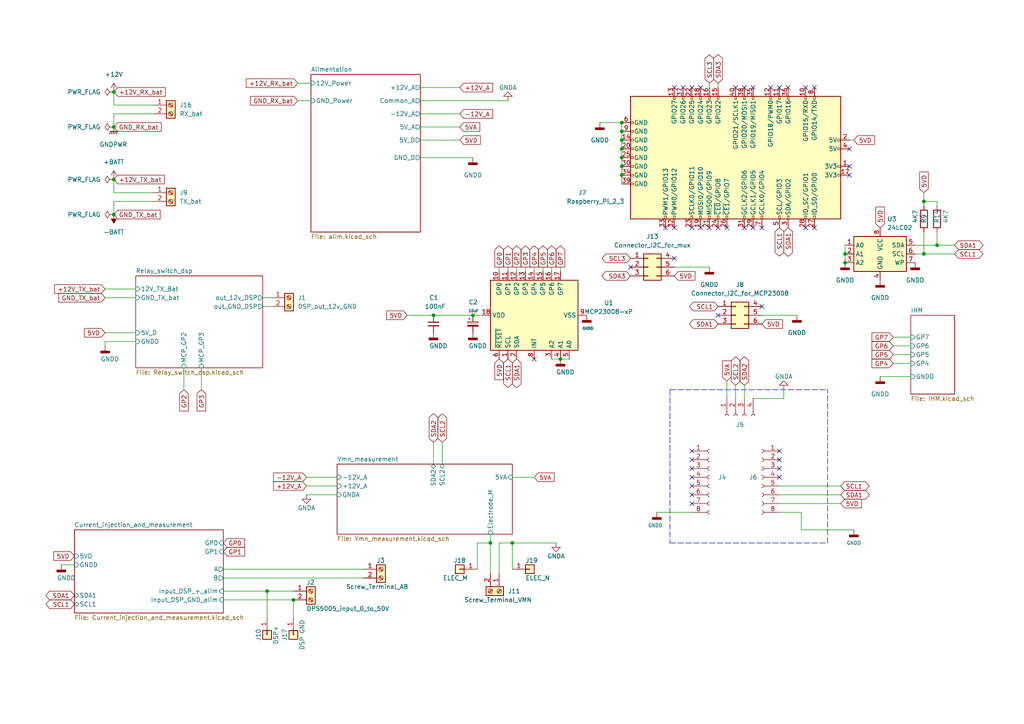
<source format=kicad_sch>
(kicad_sch (version 20211123) (generator eeschema)
  (paper "A4")
  (title_block (title "Ohmpi_measurement_board") (company "OhmPi team"))
  (lib_symbols
    (symbol "Connector:Conn_01x04_Female" (pin_names (offset 1.016) hide)
      (property "Reference" "J" (at 0 5.08 0))
      (property "Value" "Conn_01x04_Female" (at 0 -7.62 0))
      (symbol "Conn_01x04_Female_1_1"
        (arc (start 0 -4.572) (mid -0.508 -5.08) (end 0 -5.588) (stroke (width 0.1524)))
        (arc (start 0 -2.032) (mid -0.508 -2.54) (end 0 -3.048) (stroke (width 0.1524)))
        (polyline (pts (xy -1.27 -5.08) (xy -0.508 -5.08)) (stroke (width 0.1524)))
        (polyline (pts (xy -1.27 -2.54) (xy -0.508 -2.54)) (stroke (width 0.1524)))
        (polyline (pts (xy -1.27 0) (xy -0.508 0)) (stroke (width 0.1524)))
        (polyline (pts (xy -1.27 2.54) (xy -0.508 2.54)) (stroke (width 0.1524)))
        (arc (start 0 0.508) (mid -0.508 0) (end 0 -0.508) (stroke (width 0.1524)))
        (arc (start 0 3.048) (mid -0.508 2.54) (end 0 2.032) (stroke (width 0.1524)))
        (pin passive line (at -5.08 2.54 0) (length 3.81) (name "Pin_1") (number "1"))
        (pin passive line (at -5.08 0 0) (length 3.81) (name "Pin_2") (number "2"))
        (pin passive line (at -5.08 -2.54 0) (length 3.81) (name "Pin_3") (number "3"))
        (pin passive line (at -5.08 -5.08 0) (length 3.81) (name "Pin_4") (number "4"))
      )
    )
    (symbol "Connector:Conn_01x08_Female" (pin_names (offset 1.016) hide)
      (property "Reference" "J" (at 0 10.16 0))
      (property "Value" "Conn_01x08_Female" (at 0 -12.7 0))
      (symbol "Conn_01x08_Female_1_1"
        (arc (start 0 -9.652) (mid -0.508 -10.16) (end 0 -10.668) (stroke (width 0.1524)))
        (arc (start 0 -7.112) (mid -0.508 -7.62) (end 0 -8.128) (stroke (width 0.1524)))
        (arc (start 0 -4.572) (mid -0.508 -5.08) (end 0 -5.588) (stroke (width 0.1524)))
        (arc (start 0 -2.032) (mid -0.508 -2.54) (end 0 -3.048) (stroke (width 0.1524)))
        (polyline (pts (xy -1.27 -10.16) (xy -0.508 -10.16)) (stroke (width 0.1524)))
        (polyline (pts (xy -1.27 -7.62) (xy -0.508 -7.62)) (stroke (width 0.1524)))
        (polyline (pts (xy -1.27 -5.08) (xy -0.508 -5.08)) (stroke (width 0.1524)))
        (polyline (pts (xy -1.27 -2.54) (xy -0.508 -2.54)) (stroke (width 0.1524)))
        (polyline (pts (xy -1.27 0) (xy -0.508 0)) (stroke (width 0.1524)))
        (polyline (pts (xy -1.27 2.54) (xy -0.508 2.54)) (stroke (width 0.1524)))
        (polyline (pts (xy -1.27 5.08) (xy -0.508 5.08)) (stroke (width 0.1524)))
        (polyline (pts (xy -1.27 7.62) (xy -0.508 7.62)) (stroke (width 0.1524)))
        (arc (start 0 0.508) (mid -0.508 0) (end 0 -0.508) (stroke (width 0.1524)))
        (arc (start 0 3.048) (mid -0.508 2.54) (end 0 2.032) (stroke (width 0.1524)))
        (arc (start 0 5.588) (mid -0.508 5.08) (end 0 4.572) (stroke (width 0.1524)))
        (arc (start 0 8.128) (mid -0.508 7.62) (end 0 7.112) (stroke (width 0.1524)))
        (pin passive line (at -5.08 7.62 0) (length 3.81) (name "Pin_1") (number "1"))
        (pin passive line (at -5.08 5.08 0) (length 3.81) (name "Pin_2") (number "2"))
        (pin passive line (at -5.08 2.54 0) (length 3.81) (name "Pin_3") (number "3"))
        (pin passive line (at -5.08 0 0) (length 3.81) (name "Pin_4") (number "4"))
        (pin passive line (at -5.08 -2.54 0) (length 3.81) (name "Pin_5") (number "5"))
        (pin passive line (at -5.08 -5.08 0) (length 3.81) (name "Pin_6") (number "6"))
        (pin passive line (at -5.08 -7.62 0) (length 3.81) (name "Pin_7") (number "7"))
        (pin passive line (at -5.08 -10.16 0) (length 3.81) (name "Pin_8") (number "8"))
      )
    )
    (symbol "Connector:Raspberry_Pi_2_3" (pin_names (offset 1.016))
      (property "Reference" "J" (at -17.78 31.75 0))
      (property "Value" "Raspberry_Pi_2_3" (at 10.16 -31.75 0))
      (symbol "Raspberry_Pi_2_3_0_1"
        (rectangle (start -17.78 30.48) (end 17.78 -30.48) (stroke (width 0.254)) (fill (type background)))
      )
      (symbol "Raspberry_Pi_2_3_1_1"
        (rectangle (start -16.891 -17.526) (end -17.78 -18.034))
        (rectangle (start -16.891 -14.986) (end -17.78 -15.494))
        (rectangle (start -16.891 -12.446) (end -17.78 -12.954))
        (rectangle (start -16.891 -9.906) (end -17.78 -10.414))
        (rectangle (start -16.891 -7.366) (end -17.78 -7.874))
        (rectangle (start -16.891 -4.826) (end -17.78 -5.334))
        (rectangle (start -16.891 0.254) (end -17.78 -0.254))
        (rectangle (start -16.891 2.794) (end -17.78 2.286))
        (rectangle (start -16.891 5.334) (end -17.78 4.826))
        (rectangle (start -16.891 10.414) (end -17.78 9.906))
        (rectangle (start -16.891 12.954) (end -17.78 12.446))
        (rectangle (start -16.891 15.494) (end -17.78 14.986))
        (rectangle (start -16.891 20.574) (end -17.78 20.066))
        (rectangle (start -16.891 23.114) (end -17.78 22.606))
        (rectangle (start -10.414 -29.591) (end -9.906 -30.48))
        (rectangle (start -7.874 -29.591) (end -7.366 -30.48))
        (rectangle (start -5.334 -29.591) (end -4.826 -30.48))
        (rectangle (start -5.334 30.48) (end -4.826 29.591))
        (rectangle (start -2.794 -29.591) (end -2.286 -30.48))
        (rectangle (start -2.794 30.48) (end -2.286 29.591))
        (rectangle (start -0.254 -29.591) (end 0.254 -30.48))
        (rectangle (start 2.286 -29.591) (end 2.794 -30.48))
        (rectangle (start 2.286 30.48) (end 2.794 29.591))
        (rectangle (start 4.826 -29.591) (end 5.334 -30.48))
        (rectangle (start 4.826 30.48) (end 5.334 29.591))
        (rectangle (start 7.366 -29.591) (end 7.874 -30.48))
        (rectangle (start 17.78 -20.066) (end 16.891 -20.574))
        (rectangle (start 17.78 -17.526) (end 16.891 -18.034))
        (rectangle (start 17.78 -12.446) (end 16.891 -12.954))
        (rectangle (start 17.78 -9.906) (end 16.891 -10.414))
        (rectangle (start 17.78 -7.366) (end 16.891 -7.874))
        (rectangle (start 17.78 -4.826) (end 16.891 -5.334))
        (rectangle (start 17.78 -2.286) (end 16.891 -2.794))
        (rectangle (start 17.78 2.794) (end 16.891 2.286))
        (rectangle (start 17.78 5.334) (end 16.891 4.826))
        (rectangle (start 17.78 7.874) (end 16.891 7.366))
        (rectangle (start 17.78 12.954) (end 16.891 12.446))
        (rectangle (start 17.78 15.494) (end 16.891 14.986))
        (rectangle (start 17.78 20.574) (end 16.891 20.066))
        (rectangle (start 17.78 23.114) (end 16.891 22.606))
        (pin power_in line (at 2.54 33.02 270) (length 2.54) (name "3V3") (number "1"))
        (pin bidirectional line (at -20.32 20.32 0) (length 2.54) (name "GPIO15/RXD") (number "10"))
        (pin bidirectional line (at -20.32 12.7 0) (length 2.54) (name "GPIO17") (number "11"))
        (pin bidirectional line (at -20.32 10.16 0) (length 2.54) (name "GPIO18/PWM0") (number "12"))
        (pin bidirectional line (at -20.32 -17.78 0) (length 2.54) (name "GPIO27") (number "13"))
        (pin power_in line (at -5.08 -33.02 90) (length 2.54) (name "GND") (number "14"))
        (pin bidirectional line (at -20.32 -5.08 0) (length 2.54) (name "GPIO22") (number "15"))
        (pin bidirectional line (at -20.32 -7.62 0) (length 2.54) (name "GPIO23") (number "16"))
        (pin power_in line (at 5.08 33.02 270) (length 2.54) (name "3V3") (number "17"))
        (pin bidirectional line (at -20.32 -10.16 0) (length 2.54) (name "GPIO24") (number "18"))
        (pin bidirectional line (at 20.32 -10.16 180) (length 2.54) (name "MOSI0/GPIO10") (number "19"))
        (pin power_in line (at -5.08 33.02 270) (length 2.54) (name "5V") (number "2"))
        (pin power_in line (at -2.54 -33.02 90) (length 2.54) (name "GND") (number "20"))
        (pin bidirectional line (at 20.32 -7.62 180) (length 2.54) (name "MISO0/GPIO9") (number "21"))
        (pin bidirectional line (at -20.32 -12.7 0) (length 2.54) (name "GPIO25") (number "22"))
        (pin bidirectional line (at 20.32 -12.7 180) (length 2.54) (name "SCLK0/GPIO11") (number "23"))
        (pin bidirectional line (at 20.32 -5.08 180) (length 2.54) (name "~{CE0}/GPIO8") (number "24"))
        (pin power_in line (at 0 -33.02 90) (length 2.54) (name "GND") (number "25"))
        (pin bidirectional line (at 20.32 -2.54 180) (length 2.54) (name "~{CE1}/GPIO7") (number "26"))
        (pin bidirectional line (at 20.32 22.86 180) (length 2.54) (name "ID_SD/GPIO0") (number "27"))
        (pin bidirectional line (at 20.32 20.32 180) (length 2.54) (name "ID_SC/GPIO1") (number "28"))
        (pin bidirectional line (at 20.32 5.08 180) (length 2.54) (name "GCLK1/GPIO5") (number "29"))
        (pin bidirectional line (at 20.32 15.24 180) (length 2.54) (name "SDA/GPIO2") (number "3"))
        (pin power_in line (at 2.54 -33.02 90) (length 2.54) (name "GND") (number "30"))
        (pin bidirectional line (at 20.32 2.54 180) (length 2.54) (name "GCLK2/GPIO6") (number "31"))
        (pin bidirectional line (at 20.32 -17.78 180) (length 2.54) (name "PWM0/GPIO12") (number "32"))
        (pin bidirectional line (at 20.32 -20.32 180) (length 2.54) (name "PWM1/GPIO13") (number "33"))
        (pin power_in line (at 5.08 -33.02 90) (length 2.54) (name "GND") (number "34"))
        (pin bidirectional line (at -20.32 5.08 0) (length 2.54) (name "GPIO19/MISO1") (number "35"))
        (pin bidirectional line (at -20.32 15.24 0) (length 2.54) (name "GPIO16") (number "36"))
        (pin bidirectional line (at -20.32 -15.24 0) (length 2.54) (name "GPIO26") (number "37"))
        (pin bidirectional line (at -20.32 2.54 0) (length 2.54) (name "GPIO20/MOSI1") (number "38"))
        (pin power_in line (at 7.62 -33.02 90) (length 2.54) (name "GND") (number "39"))
        (pin power_in line (at -2.54 33.02 270) (length 2.54) (name "5V") (number "4"))
        (pin bidirectional line (at -20.32 0 0) (length 2.54) (name "GPIO21/SCLK1") (number "40"))
        (pin bidirectional line (at 20.32 12.7 180) (length 2.54) (name "SCL/GPIO3") (number "5"))
        (pin power_in line (at -10.16 -33.02 90) (length 2.54) (name "GND") (number "6"))
        (pin bidirectional line (at 20.32 7.62 180) (length 2.54) (name "GCLK0/GPIO4") (number "7"))
        (pin bidirectional line (at -20.32 22.86 0) (length 2.54) (name "GPIO14/TXD") (number "8"))
        (pin power_in line (at -7.62 -33.02 90) (length 2.54) (name "GND") (number "9"))
      )
    )
    (symbol "Connector:Screw_Terminal_01x02" (pin_names (offset 1.016) hide)
      (property "Reference" "J" (at 0 2.54 0))
      (property "Value" "Screw_Terminal_01x02" (at 0 -5.08 0))
      (symbol "Screw_Terminal_01x02_1_1"
        (rectangle (start -1.27 1.27) (end 1.27 -3.81) (stroke (width 0.254)) (fill (type background)))
        (circle (center 0 -2.54) (radius 0.635) (stroke (width 0.1524)))
        (polyline (pts (xy -0.5334 -2.2098) (xy 0.3302 -3.048)) (stroke (width 0.1524)))
        (polyline (pts (xy -0.5334 0.3302) (xy 0.3302 -0.508)) (stroke (width 0.1524)))
        (polyline (pts (xy -0.3556 -2.032) (xy 0.508 -2.8702)) (stroke (width 0.1524)))
        (polyline (pts (xy -0.3556 0.508) (xy 0.508 -0.3302)) (stroke (width 0.1524)))
        (circle (center 0 0) (radius 0.635) (stroke (width 0.1524)))
        (pin passive line (at -5.08 0 0) (length 3.81) (name "Pin_1") (number "1"))
        (pin passive line (at -5.08 -2.54 0) (length 3.81) (name "Pin_2") (number "2"))
      )
    )
    (symbol "Connector_Generic:Conn_01x01" (pin_names (offset 1.016) hide)
      (property "Reference" "J" (at 0 2.54 0))
      (property "Value" "Conn_01x01" (at 0 -2.54 0))
      (symbol "Conn_01x01_1_1"
        (rectangle (start -1.27 0.127) (end 0 -0.127) (stroke (width 0.1524)))
        (rectangle (start -1.27 1.27) (end 1.27 -1.27) (stroke (width 0.254)) (fill (type background)))
        (pin passive line (at -5.08 0 0) (length 3.81) (name "Pin_1") (number "1"))
      )
    )
    (symbol "Connector_Generic:Conn_02x03_Top_Bottom" (pin_names (offset 1.016) hide)
      (property "Reference" "J" (at 1.27 5.08 0))
      (property "Value" "Conn_02x03_Top_Bottom" (at 1.27 -5.08 0))
      (symbol "Conn_02x03_Top_Bottom_1_1"
        (rectangle (start -1.27 -2.413) (end 0 -2.667) (stroke (width 0.1524)))
        (rectangle (start -1.27 0.127) (end 0 -0.127) (stroke (width 0.1524)))
        (rectangle (start -1.27 2.667) (end 0 2.413) (stroke (width 0.1524)))
        (rectangle (start -1.27 3.81) (end 3.81 -3.81) (stroke (width 0.254)) (fill (type background)))
        (rectangle (start 3.81 -2.413) (end 2.54 -2.667) (stroke (width 0.1524)))
        (rectangle (start 3.81 0.127) (end 2.54 -0.127) (stroke (width 0.1524)))
        (rectangle (start 3.81 2.667) (end 2.54 2.413) (stroke (width 0.1524)))
        (pin passive line (at -5.08 2.54 0) (length 3.81) (name "Pin_1") (number "1"))
        (pin passive line (at -5.08 0 0) (length 3.81) (name "Pin_2") (number "2"))
        (pin passive line (at -5.08 -2.54 0) (length 3.81) (name "Pin_3") (number "3"))
        (pin passive line (at 7.62 2.54 180) (length 3.81) (name "Pin_4") (number "4"))
        (pin passive line (at 7.62 0 180) (length 3.81) (name "Pin_5") (number "5"))
        (pin passive line (at 7.62 -2.54 180) (length 3.81) (name "Pin_6") (number "6"))
      )
    )
    (symbol "Device:C_Polarized_Small" (pin_numbers hide) (pin_names (offset 0.254) hide)
      (property "Reference" "C" (at 0.254 1.778 0))
      (property "Value" "C_Polarized_Small" (at 0.254 -2.032 0))
      (symbol "C_Polarized_Small_0_1"
        (rectangle (start -1.524 -0.3048) (end 1.524 -0.6858) (fill (type outline)))
        (rectangle (start -1.524 0.6858) (end 1.524 0.3048))
        (polyline (pts (xy -1.27 1.524) (xy -0.762 1.524)))
        (polyline (pts (xy -1.016 1.27) (xy -1.016 1.778)))
      )
      (symbol "C_Polarized_Small_1_1"
        (pin passive line (at 0 2.54 270) (length 1.8542) (name "~") (number "1"))
        (pin passive line (at 0 -2.54 90) (length 1.8542) (name "~") (number "2"))
      )
    )
    (symbol "Device:C_Small" (pin_numbers hide) (pin_names (offset 0.254) hide)
      (property "Reference" "C" (at 0.254 1.778 0))
      (property "Value" "C_Small" (at 0.254 -2.032 0))
      (symbol "C_Small_0_1"
        (polyline (pts (xy -1.524 -0.508) (xy 1.524 -0.508)) (stroke (width 0.3302)))
        (polyline (pts (xy -1.524 0.508) (xy 1.524 0.508)) (stroke (width 0.3048)))
      )
      (symbol "C_Small_1_1"
        (pin passive line (at 0 2.54 270) (length 2.032) (name "~") (number "1"))
        (pin passive line (at 0 -2.54 90) (length 2.032) (name "~") (number "2"))
      )
    )
    (symbol "Device:R" (pin_numbers hide) (pin_names (offset 0))
      (property "Reference" "R" (at 2.032 0 90))
      (property "Value" "R" (at 0 0 90))
      (symbol "R_0_1"
        (rectangle (start -1.016 -2.54) (end 1.016 2.54) (stroke (width 0.254)))
      )
      (symbol "R_1_1"
        (pin passive line (at 0 3.81 270) (length 1.27) (name "~") (number "1"))
        (pin passive line (at 0 -3.81 90) (length 1.27) (name "~") (number "2"))
      )
    )
    (symbol "Interface_Expansion:MCP23008-xP"
      (property "Reference" "U" (at -8.89 13.97 0))
      (property "Value" "MCP23008-xP" (at 8.89 13.97 0))
      (symbol "MCP23008-xP_0_1"
        (rectangle (start -10.16 12.7) (end 10.16 -12.7) (stroke (width 0.254)) (fill (type background)))
      )
      (symbol "MCP23008-xP_1_1"
        (pin input line (at -12.7 7.62 0) (length 2.54) (name "SCL") (number "1"))
        (pin bidirectional line (at 12.7 10.16 180) (length 2.54) (name "GP0") (number "10"))
        (pin bidirectional line (at 12.7 7.62 180) (length 2.54) (name "GP1") (number "11"))
        (pin bidirectional line (at 12.7 5.08 180) (length 2.54) (name "GP2") (number "12"))
        (pin bidirectional line (at 12.7 2.54 180) (length 2.54) (name "GP3") (number "13"))
        (pin bidirectional line (at 12.7 0 180) (length 2.54) (name "GP4") (number "14"))
        (pin bidirectional line (at 12.7 -2.54 180) (length 2.54) (name "GP5") (number "15"))
        (pin bidirectional line (at 12.7 -5.08 180) (length 2.54) (name "GP6") (number "16"))
        (pin bidirectional line (at 12.7 -7.62 180) (length 2.54) (name "GP7") (number "17"))
        (pin power_in line (at 0 15.24 270) (length 2.54) (name "VDD") (number "18"))
        (pin bidirectional line (at -12.7 5.08 0) (length 2.54) (name "SDA") (number "2"))
        (pin input line (at -12.7 -5.08 0) (length 2.54) (name "A2") (number "3"))
        (pin input line (at -12.7 -7.62 0) (length 2.54) (name "A1") (number "4"))
        (pin input line (at -12.7 -10.16 0) (length 2.54) (name "A0") (number "5"))
        (pin input line (at -12.7 10.16 0) (length 2.54) (name "~{RESET}") (number "6"))
        (pin no_connect line (at -10.16 -2.54 0) (length 2.54) hide (name "NC") (number "7"))
        (pin output line (at -12.7 0 0) (length 2.54) (name "INT") (number "8"))
        (pin power_in line (at 0 -15.24 90) (length 2.54) (name "VSS") (number "9"))
      )
    )
    (symbol "Memory_EEPROM:24LC02"
      (property "Reference" "U" (at -6.35 6.35 0))
      (property "Value" "24LC02" (at 1.27 6.35 0))
      (symbol "24LC02_1_1"
        (rectangle (start -7.62 5.08) (end 7.62 -5.08) (stroke (width 0.254)) (fill (type background)))
        (pin input line (at -10.16 2.54 0) (length 2.54) (name "A0") (number "1"))
        (pin input line (at -10.16 0 0) (length 2.54) (name "A1") (number "2"))
        (pin input line (at -10.16 -2.54 0) (length 2.54) (name "A2") (number "3"))
        (pin power_in line (at 0 -7.62 90) (length 2.54) (name "GND") (number "4"))
        (pin bidirectional line (at 10.16 2.54 180) (length 2.54) (name "SDA") (number "5"))
        (pin input line (at 10.16 0 180) (length 2.54) (name "SCL") (number "6"))
        (pin input line (at 10.16 -2.54 180) (length 2.54) (name "WP") (number "7"))
        (pin power_in line (at 0 7.62 270) (length 2.54) (name "VCC") (number "8"))
      )
    )
    (symbol "power:+12V" (power) (pin_names (offset 0))
      (property "Value" "+12V" (at 0 3.556 0))
      (symbol "+12V_0_1"
        (polyline (pts (xy -0.762 1.27) (xy 0 2.54)))
        (polyline (pts (xy 0 0) (xy 0 2.54)))
        (polyline (pts (xy 0 2.54) (xy 0.762 1.27)))
      )
      (symbol "+12V_1_1"
        (pin power_in line (at 0 0 90) (length 0) hide (name "+12V") (number "1"))
      )
    )
    (symbol "power:+BATT" (power) (pin_names (offset 0))
      (property "Value" "+BATT" (at 0 3.556 0))
      (symbol "+BATT_0_1"
        (polyline (pts (xy -0.762 1.27) (xy 0 2.54)))
        (polyline (pts (xy 0 0) (xy 0 2.54)))
        (polyline (pts (xy 0 2.54) (xy 0.762 1.27)))
      )
      (symbol "+BATT_1_1"
        (pin power_in line (at 0 0 90) (length 0) hide (name "+BATT") (number "1"))
      )
    )
    (symbol "power:-BATT" (power) (pin_names (offset 0))
      (property "Value" "-BATT" (at 0 3.556 0))
      (symbol "-BATT_0_1"
        (polyline (pts (xy 0 0) (xy 0 2.54)))
        (polyline (pts (xy 0.762 1.27) (xy -0.762 1.27) (xy 0 2.54) (xy 0.762 1.27)) (fill (type outline)))
      )
      (symbol "-BATT_1_1"
        (pin power_in line (at 0 0 90) (length 0) hide (name "-BATT") (number "1"))
      )
    )
    (symbol "power:GNDA" (power) (pin_names (offset 0))
      (property "Value" "GNDA" (at 0 -3.81 0))
      (symbol "GNDA_0_1"
        (polyline (pts (xy 0 0) (xy 0 -1.27) (xy 1.27 -1.27) (xy 0 -2.54) (xy -1.27 -1.27) (xy 0 -1.27)))
      )
      (symbol "GNDA_1_1"
        (pin power_in line (at 0 0 270) (length 0) hide (name "GNDA") (number "1"))
      )
    )
    (symbol "power:GNDD" (power) (pin_names (offset 0))
      (property "Value" "GNDD" (at 0 -3.175 0))
      (symbol "GNDD_0_1"
        (rectangle (start -1.27 -1.524) (end 1.27 -2.032) (stroke (width 0.254)) (fill (type outline)))
        (polyline (pts (xy 0 0) (xy 0 -1.524)))
      )
      (symbol "GNDD_1_1"
        (pin power_in line (at 0 0 270) (length 0) hide (name "GNDD") (number "1"))
      )
    )
    (symbol "power:GNDPWR" (power) (pin_names (offset 0))
      (property "Value" "GNDPWR" (at 0 -3.302 0))
      (symbol "GNDPWR_0_1"
        (polyline (pts (xy 0 -1.27) (xy 0 0)))
        (polyline (pts (xy -1.016 -1.27) (xy -1.27 -2.032) (xy -1.27 -2.032)) (stroke (width 0.2032)))
        (polyline (pts (xy -0.508 -1.27) (xy -0.762 -2.032) (xy -0.762 -2.032)) (stroke (width 0.2032)))
        (polyline (pts (xy 0 -1.27) (xy -0.254 -2.032) (xy -0.254 -2.032)) (stroke (width 0.2032)))
        (polyline (pts (xy 0.508 -1.27) (xy 0.254 -2.032) (xy 0.254 -2.032)) (stroke (width 0.2032)))
        (polyline (pts (xy 1.016 -1.27) (xy -1.016 -1.27) (xy -1.016 -1.27)) (stroke (width 0.2032)))
        (polyline (pts (xy 1.016 -1.27) (xy 0.762 -2.032) (xy 0.762 -2.032) (xy 0.762 -2.032)) (stroke (width 0.2032)))
      )
      (symbol "GNDPWR_1_1"
        (pin power_in line (at 0 0 270) (length 0) hide (name "GNDPWR") (number "1"))
      )
    )
    (symbol "power:PWR_FLAG" (power) (pin_numbers hide) (pin_names (offset 0) hide)
      (property "Value" "PWR_FLAG" (at 0 3.81 0))
      (symbol "PWR_FLAG_0_0"
        (pin power_out line (at 0 0 90) (length 0) (name "pwr") (number "1"))
      )
      (symbol "PWR_FLAG_0_1"
        (polyline (pts (xy 0 0) (xy 0 1.27) (xy -1.016 1.905) (xy 0 2.54) (xy 1.016 1.905) (xy 0 1.27)))
      )
    )
  )
  (junction (at 180.34 45.72))
  (junction (at 271.78 71.12))
  (junction (at 85.09 173.99))
  (junction (at 125.73 91.44))
  (junction (at 245.11 76.2))
  (junction (at 148.59 157.48))
  (junction (at 180.34 40.64))
  (junction (at 137.16 91.44))
  (junction (at 33.02 52.07))
  (junction (at 180.34 38.1))
  (junction (at 245.11 73.66))
  (junction (at 33.02 36.83))
  (junction (at 180.34 48.26))
  (junction (at 162.56 104.14))
  (junction (at 33.02 26.67))
  (junction (at 267.97 58.42))
  (junction (at 77.47 171.45))
  (junction (at 267.97 73.66))
  (junction (at 180.34 50.8))
  (junction (at 180.34 35.56))
  (junction (at 33.02 62.23))
  (junction (at 180.34 43.18))
  (junction (at 142.24 157.48))
  (no_connect (at 200.66 140.97))
  (no_connect (at 200.66 135.89))
  (no_connect (at 200.66 138.43))
  (no_connect (at 200.66 130.81))
  (no_connect (at 200.66 133.35))
  (no_connect (at 200.66 143.51))
  (no_connect (at 200.66 146.05))
  (no_connect (at 154.94 104.14))
  (no_connect (at 246.38 48.26))
  (no_connect (at 246.38 50.8))
  (no_connect (at 246.38 43.18))
  (no_connect (at 182.88 77.47))
  (no_connect (at 195.58 74.93))
  (no_connect (at 220.98 88.9))
  (no_connect (at 208.28 91.44))
  (no_connect (at 226.06 138.43))
  (no_connect (at 226.06 130.81))
  (no_connect (at 226.06 133.35))
  (no_connect (at 226.06 135.89))
  (no_connect (at 223.52 25.4))
  (no_connect (at 226.06 25.4))
  (no_connect (at 228.6 25.4))
  (no_connect (at 233.68 25.4))
  (no_connect (at 236.22 25.4))
  (no_connect (at 195.58 25.4))
  (no_connect (at 198.12 25.4))
  (no_connect (at 200.66 25.4))
  (no_connect (at 203.2 25.4))
  (no_connect (at 213.36 25.4))
  (no_connect (at 215.9 25.4))
  (no_connect (at 218.44 25.4))
  (no_connect (at 233.68 66.04))
  (no_connect (at 236.22 66.04))
  (no_connect (at 210.82 66.04))
  (no_connect (at 215.9 66.04))
  (no_connect (at 218.44 66.04))
  (no_connect (at 220.98 66.04))
  (no_connect (at 200.66 66.04))
  (no_connect (at 203.2 66.04))
  (no_connect (at 205.74 66.04))
  (no_connect (at 208.28 66.04))
  (no_connect (at 195.58 66.04))
  (no_connect (at 193.04 66.04))
  (wire (pts (xy 271.78 71.12) (xy 265.43 71.12)))
  (wire (pts (xy 138.43 157.48) (xy 138.43 165.1)))
  (wire (pts (xy 44.45 58.42) (xy 33.02 58.42)))
  (wire (pts (xy 208.28 24.13) (xy 208.28 25.4)))
  (wire (pts (xy 33.02 55.88) (xy 33.02 52.07)))
  (wire (pts (xy 121.92 40.64) (xy 133.35 40.64)))
  (wire (pts (xy 276.86 73.66) (xy 267.97 73.66)))
  (wire (pts (xy 148.59 157.48) (xy 144.78 157.48)))
  (wire (pts (xy 33.02 58.42) (xy 33.02 62.23)))
  (wire (pts (xy 53.34 106.68) (xy 53.34 113.03)))
  (wire (pts (xy 276.86 71.12) (xy 271.78 71.12)))
  (wire (pts (xy 44.45 30.48) (xy 33.02 30.48)))
  (polyline (pts (xy 194.31 157.48) (xy 240.03 157.48)))
  (wire (pts (xy 64.77 171.45) (xy 77.47 171.45)))
  (polyline (pts (xy 194.31 113.03) (xy 240.03 113.03)))
  (wire (pts (xy 30.48 99.06) (xy 30.48 100.33)))
  (wire (pts (xy 220.98 91.44) (xy 231.14 91.44)))
  (wire (pts (xy 245.11 73.66) (xy 245.11 76.2)))
  (wire (pts (xy 162.56 104.14) (xy 165.1 104.14)))
  (wire (pts (xy 247.65 153.67) (xy 232.41 153.67)))
  (wire (pts (xy 144.78 77.47) (xy 144.78 78.74)))
  (wire (pts (xy 88.9 138.43) (xy 97.79 138.43)))
  (wire (pts (xy 190.5 148.59) (xy 200.66 148.59)))
  (wire (pts (xy 180.34 50.8) (xy 180.34 53.34)))
  (wire (pts (xy 30.48 96.52) (xy 39.37 96.52)))
  (wire (pts (xy 267.97 58.42) (xy 271.78 58.42)))
  (wire (pts (xy 226.06 146.05) (xy 243.84 146.05)))
  (wire (pts (xy 33.02 30.48) (xy 33.02 26.67)))
  (wire (pts (xy 247.65 40.64) (xy 246.38 40.64)))
  (wire (pts (xy 271.78 67.31) (xy 271.78 71.12)))
  (wire (pts (xy 64.77 165.1) (xy 105.41 165.1)))
  (wire (pts (xy 121.92 36.83) (xy 133.35 36.83)))
  (wire (pts (xy 86.36 24.13) (xy 90.17 24.13)))
  (polyline (pts (xy 240.03 157.48) (xy 240.03 113.03)))
  (wire (pts (xy 160.02 77.47) (xy 160.02 78.74)))
  (wire (pts (xy 147.32 77.47) (xy 147.32 78.74)))
  (wire (pts (xy 271.78 58.42) (xy 271.78 59.69)))
  (wire (pts (xy 121.92 45.72) (xy 137.16 45.72)))
  (wire (pts (xy 77.47 171.45) (xy 77.47 179.07)))
  (wire (pts (xy 173.99 35.56) (xy 180.34 35.56)))
  (wire (pts (xy 118.11 91.44) (xy 125.73 91.44)))
  (wire (pts (xy 245.11 71.12) (xy 245.11 73.66)))
  (wire (pts (xy 259.08 102.87) (xy 264.16 102.87)))
  (wire (pts (xy 154.94 77.47) (xy 154.94 78.74)))
  (wire (pts (xy 39.37 99.06) (xy 30.48 99.06)))
  (wire (pts (xy 180.34 45.72) (xy 180.34 48.26)))
  (wire (pts (xy 30.48 86.36) (xy 39.37 86.36)))
  (wire (pts (xy 226.06 140.97) (xy 243.84 140.97)))
  (wire (pts (xy 88.9 140.97) (xy 97.79 140.97)))
  (wire (pts (xy 157.48 77.47) (xy 157.48 78.74)))
  (wire (pts (xy 226.06 143.51) (xy 243.84 143.51)))
  (wire (pts (xy 85.09 173.99) (xy 85.09 179.07)))
  (wire (pts (xy 148.59 138.43) (xy 154.94 138.43)))
  (wire (pts (xy 30.48 83.82) (xy 39.37 83.82)))
  (wire (pts (xy 128.27 128.27) (xy 128.27 134.62)))
  (wire (pts (xy 121.92 25.4) (xy 133.35 25.4)))
  (wire (pts (xy 148.59 157.48) (xy 148.59 165.1)))
  (wire (pts (xy 180.34 35.56) (xy 180.34 38.1)))
  (wire (pts (xy 125.73 128.27) (xy 125.73 134.62)))
  (wire (pts (xy 213.36 111.76) (xy 213.36 115.57)))
  (wire (pts (xy 64.77 173.99) (xy 85.09 173.99)))
  (wire (pts (xy 218.44 115.57) (xy 227.33 115.57)))
  (wire (pts (xy 267.97 55.88) (xy 267.97 58.42)))
  (wire (pts (xy 267.97 67.31) (xy 267.97 73.66)))
  (wire (pts (xy 259.08 97.79) (xy 264.16 97.79)))
  (wire (pts (xy 121.92 29.21) (xy 147.32 29.21)))
  (wire (pts (xy 44.45 33.02) (xy 33.02 33.02)))
  (wire (pts (xy 180.34 38.1) (xy 180.34 40.64)))
  (wire (pts (xy 259.08 100.33) (xy 264.16 100.33)))
  (wire (pts (xy 162.56 77.47) (xy 162.56 78.74)))
  (wire (pts (xy 76.2 88.9) (xy 78.74 88.9)))
  (wire (pts (xy 161.29 157.48) (xy 148.59 157.48)))
  (wire (pts (xy 64.77 167.64) (xy 105.41 167.64)))
  (wire (pts (xy 142.24 157.48) (xy 142.24 166.37)))
  (wire (pts (xy 255.27 109.22) (xy 264.16 109.22)))
  (wire (pts (xy 267.97 73.66) (xy 265.43 73.66)))
  (wire (pts (xy 259.08 105.41) (xy 264.16 105.41)))
  (wire (pts (xy 210.82 110.49) (xy 210.82 115.57)))
  (wire (pts (xy 180.34 43.18) (xy 180.34 45.72)))
  (wire (pts (xy 226.06 148.59) (xy 232.41 148.59)))
  (wire (pts (xy 180.34 48.26) (xy 180.34 50.8)))
  (wire (pts (xy 44.45 55.88) (xy 33.02 55.88)))
  (wire (pts (xy 86.36 29.21) (xy 90.17 29.21)))
  (wire (pts (xy 142.24 154.94) (xy 142.24 157.48)))
  (wire (pts (xy 77.47 171.45) (xy 85.09 171.45)))
  (wire (pts (xy 227.33 115.57) (xy 227.33 113.03)))
  (wire (pts (xy 144.78 157.48) (xy 144.78 166.37)))
  (wire (pts (xy 149.86 77.47) (xy 149.86 78.74)))
  (wire (pts (xy 137.16 91.44) (xy 139.7 91.44)))
  (wire (pts (xy 152.4 77.47) (xy 152.4 78.74)))
  (wire (pts (xy 180.34 40.64) (xy 180.34 43.18)))
  (wire (pts (xy 17.78 163.83) (xy 21.59 163.83)))
  (wire (pts (xy 267.97 59.69) (xy 267.97 58.42)))
  (wire (pts (xy 205.74 24.13) (xy 205.74 25.4)))
  (wire (pts (xy 125.73 91.44) (xy 137.16 91.44)))
  (wire (pts (xy 215.9 111.76) (xy 215.9 115.57)))
  (wire (pts (xy 160.02 104.14) (xy 162.56 104.14)))
  (wire (pts (xy 33.02 33.02) (xy 33.02 36.83)))
  (wire (pts (xy 142.24 157.48) (xy 138.43 157.48)))
  (wire (pts (xy 121.92 33.02) (xy 133.35 33.02)))
  (wire (pts (xy 76.2 86.36) (xy 78.74 86.36)))
  (polyline (pts (xy 194.31 113.03) (xy 194.31 157.48)))
  (wire (pts (xy 195.58 77.47) (xy 205.74 77.47)))
  (wire (pts (xy 232.41 153.67) (xy 232.41 148.59)))
  (wire (pts (xy 58.42 106.68) (xy 58.42 113.03)))
  (wire (pts (xy 88.9 143.51) (xy 97.79 143.51)))
  (global_label "GP7" (shape input) (at 259.08 97.79 180) (property "Intersheet References" "${INTERSHEET_REFS}" (effects hide)))
  (global_label "SCL1" (shape bidirectional) (at 21.59 175.26 180) (property "Intersheet References" "${INTERSHEET_REFS}" (effects hide)))
  (global_label "5VA" (shape input) (at 133.35 36.83 0) (property "Intersheet References" "${INTERSHEET_REFS}" (effects hide)))
  (global_label "SDA3" (shape bidirectional) (at 208.28 24.13 90) (property "Intersheet References" "${INTERSHEET_REFS}" (effects hide)))
  (global_label "5VA" (shape input) (at 210.82 110.49 90) (property "Intersheet References" "${INTERSHEET_REFS}" (effects hide)))
  (global_label "GP4" (shape input) (at 259.08 105.41 180) (property "Intersheet References" "${INTERSHEET_REFS}" (effects hide)))
  (global_label "SDA1" (shape bidirectional) (at 149.86 104.14 270) (property "Intersheet References" "${INTERSHEET_REFS}" (effects hide)))
  (global_label "GND_RX_bat" (shape input) (at 33.02 36.83 0) (property "Intersheet References" "${INTERSHEET_REFS}" (effects hide)))
  (global_label "SCL2" (shape bidirectional) (at 213.36 111.76 90) (property "Intersheet References" "${INTERSHEET_REFS}" (effects hide)))
  (global_label "GP3" (shape input) (at 58.42 113.03 270) (property "Intersheet References" "${INTERSHEET_REFS}" (effects hide)))
  (global_label "-12V_A" (shape input) (at 133.35 33.02 0) (property "Intersheet References" "${INTERSHEET_REFS}" (effects hide)))
  (global_label "GND_TX_bat" (shape input) (at 33.02 62.23 0) (property "Intersheet References" "${INTERSHEET_REFS}" (effects hide)))
  (global_label "SCL2" (shape bidirectional) (at 128.27 128.27 90) (property "Intersheet References" "${INTERSHEET_REFS}" (effects hide)))
  (global_label "GND_RX_bat" (shape input) (at 86.36 29.21 180) (property "Intersheet References" "${INTERSHEET_REFS}" (effects hide)))
  (global_label "SDA1" (shape bidirectional) (at 21.59 172.72 180) (property "Intersheet References" "${INTERSHEET_REFS}" (effects hide)))
  (global_label "SDA1" (shape bidirectional) (at 228.6 66.04 270) (property "Intersheet References" "${INTERSHEET_REFS}" (effects hide)))
  (global_label "SDA2" (shape bidirectional) (at 215.9 111.76 90) (property "Intersheet References" "${INTERSHEET_REFS}" (effects hide)))
  (global_label "5VD" (shape input) (at 247.65 40.64 0) (property "Intersheet References" "${INTERSHEET_REFS}" (effects hide)))
  (global_label "GND_TX_bat" (shape input) (at 30.48 86.36 180) (property "Intersheet References" "${INTERSHEET_REFS}" (effects hide)))
  (global_label "5VD" (shape input) (at 220.98 93.98 0) (property "Intersheet References" "${INTERSHEET_REFS}" (effects hide)))
  (global_label "GP3" (shape output) (at 152.4 77.47 90) (property "Intersheet References" "${INTERSHEET_REFS}" (effects hide)))
  (global_label "5VD" (shape input) (at 30.48 96.52 180) (property "Intersheet References" "${INTERSHEET_REFS}" (effects hide)))
  (global_label "GP1" (shape input) (at 64.77 160.02 0) (property "Intersheet References" "${INTERSHEET_REFS}" (effects hide)))
  (global_label "5VD" (shape input) (at 255.27 66.04 90) (property "Intersheet References" "${INTERSHEET_REFS}" (effects hide)))
  (global_label "+12V_TX_bat" (shape input) (at 33.02 52.07 0) (property "Intersheet References" "${INTERSHEET_REFS}" (effects hide)))
  (global_label "GP5" (shape output) (at 157.48 77.47 90) (property "Intersheet References" "${INTERSHEET_REFS}" (effects hide)))
  (global_label "5VD" (shape input) (at 243.84 146.05 0) (property "Intersheet References" "${INTERSHEET_REFS}" (effects hide)))
  (global_label "SCL1" (shape bidirectional) (at 226.06 66.04 270) (property "Intersheet References" "${INTERSHEET_REFS}" (effects hide)))
  (global_label "SCL1" (shape bidirectional) (at 208.28 88.9 180) (property "Intersheet References" "${INTERSHEET_REFS}" (effects hide)))
  (global_label "GP6" (shape input) (at 259.08 100.33 180) (property "Intersheet References" "${INTERSHEET_REFS}" (effects hide)))
  (global_label "GP2" (shape output) (at 149.86 77.47 90) (property "Intersheet References" "${INTERSHEET_REFS}" (effects hide)))
  (global_label "5VD" (shape input) (at 267.97 55.88 90) (property "Intersheet References" "${INTERSHEET_REFS}" (effects hide)))
  (global_label "GP7" (shape output) (at 162.56 77.47 90) (property "Intersheet References" "${INTERSHEET_REFS}" (effects hide)))
  (global_label "GP5" (shape input) (at 259.08 102.87 180) (property "Intersheet References" "${INTERSHEET_REFS}" (effects hide)))
  (global_label "GP0" (shape input) (at 64.77 157.48 0) (property "Intersheet References" "${INTERSHEET_REFS}" (effects hide)))
  (global_label "GP0" (shape output) (at 144.78 77.47 90) (property "Intersheet References" "${INTERSHEET_REFS}" (effects hide)))
  (global_label "SDA3" (shape bidirectional) (at 182.88 80.01 180) (property "Intersheet References" "${INTERSHEET_REFS}" (effects hide)))
  (global_label "SCL3" (shape bidirectional) (at 205.74 24.13 90) (property "Intersheet References" "${INTERSHEET_REFS}" (effects hide)))
  (global_label "5VA" (shape input) (at 154.94 138.43 0) (property "Intersheet References" "${INTERSHEET_REFS}" (effects hide)))
  (global_label "5VD" (shape input) (at 144.78 104.14 270) (property "Intersheet References" "${INTERSHEET_REFS}" (effects hide)))
  (global_label "GP6" (shape output) (at 160.02 77.47 90) (property "Intersheet References" "${INTERSHEET_REFS}" (effects hide)))
  (global_label "+12V_RX_bat" (shape input) (at 33.02 26.67 0) (property "Intersheet References" "${INTERSHEET_REFS}" (effects hide)))
  (global_label "SDA2" (shape bidirectional) (at 125.73 128.27 90) (property "Intersheet References" "${INTERSHEET_REFS}" (effects hide)))
  (global_label "5VD" (shape input) (at 133.35 40.64 0) (property "Intersheet References" "${INTERSHEET_REFS}" (effects hide)))
  (global_label "SCL1" (shape bidirectional) (at 243.84 140.97 0) (property "Intersheet References" "${INTERSHEET_REFS}" (effects hide)))
  (global_label "SDA1" (shape bidirectional) (at 208.28 93.98 180) (property "Intersheet References" "${INTERSHEET_REFS}" (effects hide)))
  (global_label "5VD" (shape input) (at 118.11 91.44 180) (property "Intersheet References" "${INTERSHEET_REFS}" (effects hide)))
  (global_label "+12V_A" (shape input) (at 133.35 25.4 0) (property "Intersheet References" "${INTERSHEET_REFS}" (effects hide)))
  (global_label "SDA1" (shape bidirectional) (at 243.84 143.51 0) (property "Intersheet References" "${INTERSHEET_REFS}" (effects hide)))
  (global_label "+12V_A" (shape input) (at 88.9 140.97 180) (property "Intersheet References" "${INTERSHEET_REFS}" (effects hide)))
  (global_label "GP4" (shape output) (at 154.94 77.47 90) (property "Intersheet References" "${INTERSHEET_REFS}" (effects hide)))
  (global_label "5VD" (shape input) (at 21.59 161.29 180) (property "Intersheet References" "${INTERSHEET_REFS}" (effects hide)))
  (global_label "5VD" (shape input) (at 195.58 80.01 0) (property "Intersheet References" "${INTERSHEET_REFS}" (effects hide)))
  (global_label "-12V_A" (shape input) (at 88.9 138.43 180) (property "Intersheet References" "${INTERSHEET_REFS}" (effects hide)))
  (global_label "+12V_TX_bat" (shape input) (at 30.48 83.82 180) (property "Intersheet References" "${INTERSHEET_REFS}" (effects hide)))
  (global_label "SCL3" (shape bidirectional) (at 182.88 74.93 180) (property "Intersheet References" "${INTERSHEET_REFS}" (effects hide)))
  (global_label "SDA1" (shape bidirectional) (at 276.86 71.12 0) (property "Intersheet References" "${INTERSHEET_REFS}" (effects hide)))
  (global_label "SCL1" (shape bidirectional) (at 147.32 104.14 270) (property "Intersheet References" "${INTERSHEET_REFS}" (effects hide)))
  (global_label "GP2" (shape input) (at 53.34 113.03 270) (property "Intersheet References" "${INTERSHEET_REFS}" (effects hide)))
  (global_label "+12V_RX_bat" (shape input) (at 86.36 24.13 180) (property "Intersheet References" "${INTERSHEET_REFS}" (effects hide)))
  (global_label "SCL1" (shape bidirectional) (at 276.86 73.66 0) (property "Intersheet References" "${INTERSHEET_REFS}" (effects hide)))
  (global_label "GP1" (shape output) (at 147.32 77.47 90) (property "Intersheet References" "${INTERSHEET_REFS}" (effects hide)))
  (symbol (lib_id "Connector:Screw_Terminal_01x02") (at 110.49 165.1 0) (unit 1)
    (property "Reference" "J3" (at 109.2199 162.56 0) (effects (justify left)))
    (property "Value" "Screw_Terminal_AB" (at 100.33 170.18 0) (effects (justify left)))
    (property "Footprint" "TerminalBlock_Phoenix:TerminalBlock_Phoenix_MKDS-1,5-2-5.08_1x02_P5.08mm_Horizontal" (effects hide))
  )
  (symbol (lib_id "power:GNDD") (at 125.73 96.52 0) (unit 1)
    (property "Reference" "#PWR0103" (effects hide))
    (property "Value" "GNDD" (at 124.46 100.33 0) (effects (justify left)))
  )
  (symbol (lib_id "power:GNDD") (at 162.56 104.14 0) (unit 1)
    (property "Reference" "#PWR05" (effects hide))
    (property "Value" "GNDD" (at 161.29 107.95 0) (effects (justify left)))
  )
  (symbol (lib_id "Device:C_Polarized_Small") (at 137.16 93.98 0) (unit 1)
    (property "Reference" "C2" (at 135.89 87.63 0) (effects (justify left)))
    (property "Value" "10uF" (at 135.89 90.17 0) (effects (font (size 0.75 0.75)) (justify left)))
    (property "Footprint" "Capacitor_THT:CP_Radial_D6.3mm_P2.50mm" (effects hide))
  )
  (symbol (lib_id "power:GNDD") (at 173.99 35.56 0) (unit 1)
    (property "Reference" "#PWR028" (effects hide))
    (property "Value" "GNDD" (at 173.99 40.64 0))
  )
  (symbol (lib_id "power:GNDD") (at 231.14 91.44 0) (unit 1)
    (property "Reference" "#PWR031" (effects hide))
    (property "Value" "GNDD" (at 231.14 96.52 0))
  )
  (symbol (lib_id "Device:R") (at 271.78 63.5 0) (unit 1)
    (property "Reference" "R14" (at 271.78 64.77 90) (effects (justify left)))
    (property "Value" "4K7" (at 274.32 64.77 90) (effects (justify left)))
    (property "Footprint" "Resistor_THT:R_Axial_DIN0204_L3.6mm_D1.6mm_P7.62mm_Horizontal" (effects hide))
  )
  (symbol (lib_id "Connector:Conn_01x08_Female") (at 205.74 138.43 0) (unit 1)
    (property "Reference" "J4" (at 208.28 138.43 0) (effects (justify left)))
    (property "Value" "Conn_01x08_Female" (effects hide))
    (property "Footprint" "Connector_PinHeader_2.54mm:PinHeader_1x08_P2.54mm_Vertical" (effects hide))
  )
  (symbol (lib_id "power:GNDD") (at 265.43 76.2 0) (unit 1)
    (property "Reference" "#PWR0108" (effects hide))
    (property "Value" "GNDD" (at 265.43 81.28 0))
  )
  (symbol (lib_id "power:+BATT") (at 33.02 52.07 0) (unit 1)
    (property "Reference" "#PWR0101" (effects hide))
    (property "Value" "+BATT" (at 33.02 46.99 0))
  )
  (symbol (lib_id "Connector_Generic:Conn_01x01") (at 85.09 184.15 270) (unit 1)
    (property "Reference" "J17" (at 82.55 184.15 0))
    (property "Value" "DSP GND" (at 87.63 184.15 0))
    (property "Footprint" "Connector_PinHeader_2.54mm:PinHeader_1x01_P2.54mm_Vertical" (effects hide))
  )
  (symbol (lib_id "Connector_Generic:Conn_02x03_Top_Bottom") (at 213.36 91.44 0) (unit 1)
    (property "Reference" "J8" (at 214.63 82.55 0))
    (property "Value" "Connector_I2C_for_MCP23008" (at 214.63 85.09 0))
    (property "Footprint" "Connector_IDC:IDC-Header_2x03_P2.54mm_Vertical" (effects hide))
  )
  (symbol (lib_id "power:GNDA") (at 88.9 143.51 0) (unit 1)
    (property "Reference" "#PWR010" (effects hide))
    (property "Value" "GNDA" (at 88.9 147.32 0))
  )
  (symbol (lib_id "power:GNDD") (at 245.11 76.2 0) (unit 1)
    (property "Reference" "#PWR0107" (effects hide))
    (property "Value" "GNDD" (at 245.11 81.28 0))
  )
  (symbol (lib_id "power:PWR_FLAG") (at 33.02 62.23 90) (unit 1)
    (property "Reference" "#FLG02" (effects hide))
    (property "Value" "PWR_FLAG" (at 29.21 62.2299 90) (effects (justify left)))
  )
  (symbol (lib_id "Connector:Screw_Terminal_01x02") (at 49.53 55.88 0) (unit 1)
    (property "Reference" "J9" (at 52.07 55.8799 0) (effects (justify left)))
    (property "Value" "TX_bat" (at 52.07 58.4199 0) (effects (justify left)))
    (property "Footprint" "TerminalBlock_Phoenix:TerminalBlock_Phoenix_MKDS-1,5-2-5.08_1x02_P5.08mm_Horizontal" (effects hide))
  )
  (symbol (lib_id "power:GNDD") (at 137.16 45.72 0) (unit 1)
    (property "Reference" "#PWR03" (effects hide))
    (property "Value" "GNDD" (at 137.16 50.8 0))
  )
  (symbol (lib_id "Device:C_Small") (at 125.73 93.98 0) (unit 1)
    (property "Reference" "C1" (at 124.46 86.36 0) (effects (justify left)))
    (property "Value" "100nF" (at 123.19 88.9 0) (effects (justify left)))
    (property "Footprint" "Capacitor_THT:C_Disc_D8.0mm_W2.5mm_P5.00mm" (effects hide))
  )
  (symbol (lib_id "power:GNDA") (at 161.29 157.48 0) (unit 1)
    (property "Reference" "#PWR01" (effects hide))
    (property "Value" "GNDA" (at 161.29 161.29 0))
  )
  (symbol (lib_id "power:GNDD") (at 205.74 77.47 0) (unit 1)
    (property "Reference" "#PWR0109" (effects hide))
    (property "Value" "GNDD" (at 205.74 82.55 0))
  )
  (symbol (lib_id "power:-BATT") (at 33.02 62.23 180) (unit 1)
    (property "Reference" "#PWR0102" (effects hide))
    (property "Value" "-BATT" (at 33.02 67.31 0))
  )
  (symbol (lib_id "power:GNDA") (at 147.32 29.21 180) (unit 1)
    (property "Reference" "#PWR04" (effects hide))
    (property "Value" "GNDA" (at 147.32 25.4 0))
  )
  (symbol (lib_id "power:GNDD") (at 170.18 91.44 0) (unit 1)
    (property "Reference" "#PWR06" (effects hide))
    (property "Value" "GNDD" (at 168.91 95.25 0) (effects (font (size 0.75 0.75)) (justify left)))
  )
  (symbol (lib_id "power:GNDD") (at 137.16 96.52 0) (unit 1)
    (property "Reference" "#PWR0104" (effects hide))
    (property "Value" "GNDD" (at 135.89 100.33 0) (effects (justify left)))
  )
  (symbol (lib_id "Connector:Screw_Terminal_01x02") (at 49.53 30.48 0) (unit 1)
    (property "Reference" "J16" (at 52.07 30.4799 0) (effects (justify left)))
    (property "Value" "RX_bat" (at 52.07 33.0199 0) (effects (justify left)))
    (property "Footprint" "TerminalBlock_Phoenix:TerminalBlock_Phoenix_MKDS-1,5-2-5.08_1x02_P5.08mm_Horizontal" (effects hide))
  )
  (symbol (lib_id "power:GNDD") (at 190.5 148.59 0) (unit 1)
    (property "Reference" "#PWR027" (effects hide))
    (property "Value" "GNDD" (at 187.96 152.4 0) (effects (font (size 1 1)) (justify left)))
  )
  (symbol (lib_id "power:GNDD") (at 247.65 153.67 0) (unit 1)
    (property "Reference" "#PWR030" (effects hide))
    (property "Value" "GNDD" (at 247.65 157.48 0) (effects (font (size 1 1))))
  )
  (symbol (lib_id "power:GNDA") (at 227.33 113.03 180) (unit 1)
    (property "Reference" "#PWR029" (effects hide))
    (property "Value" "GNDA" (at 227.33 109.22 0))
  )
  (symbol (lib_id "Connector:Raspberry_Pi_2_3") (at 213.36 45.72 270) (unit 1)
    (property "Reference" "J7" (at 168.91 55.88 90))
    (property "Value" "Raspberry_Pi_2_3" (at 172.72 58.42 90))
    (property "Footprint" "Connector_PinSocket_2.54mm:PinSocket_2x20_P2.54mm_Vertical" (effects hide))
    (property "Datasheet" "https://www.raspberrypi.org/documentation/hardware/raspberrypi/schematics/rpi_SCH_3bplus_1p0_reduced.pdf" (effects hide))
  )
  (symbol (lib_id "power:PWR_FLAG") (at 33.02 26.67 90) (unit 1)
    (property "Reference" "#FLG_TX01" (effects hide))
    (property "Value" "PWR_FLAG" (at 29.21 26.6699 90) (effects (justify left)))
  )
  (symbol (lib_id "Connector:Screw_Terminal_01x02") (at 90.17 171.45 0) (unit 1)
    (property "Reference" "J2" (at 88.8999 168.91 0) (effects (justify left)))
    (property "Value" "DPS5005_input_0_to_50V" (at 88.9 176.53 0) (effects (justify left)))
    (property "Footprint" "TerminalBlock_Phoenix:TerminalBlock_Phoenix_MKDS-1,5-2-5.08_1x02_P5.08mm_Horizontal" (effects hide))
  )
  (symbol (lib_id "Device:R") (at 267.97 63.5 0) (unit 1)
    (property "Reference" "R9" (at 267.97 64.77 90) (effects (justify left)))
    (property "Value" "4K7" (at 265.43 64.77 90) (effects (justify left)))
    (property "Footprint" "Resistor_THT:R_Axial_DIN0204_L3.6mm_D1.6mm_P7.62mm_Horizontal" (effects hide))
  )
  (symbol (lib_id "Memory_EEPROM:24LC02") (at 255.27 73.66 0) (unit 1)
    (property "Reference" "U3" (at 257.2894 63.5 0) (effects (justify left)))
    (property "Value" "24LC02" (at 257.2894 66.04 0) (effects (justify left)))
    (property "Footprint" "Package_DIP:DIP-8_W7.62mm" (effects hide))
    (property "Datasheet" "http://ww1.microchip.com/downloads/en/DeviceDoc/21709c.pdf" (effects hide))
  )
  (symbol (lib_id "Interface_Expansion:MCP23008-xP") (at 154.94 91.44 90) (unit 1)
    (property "Reference" "U1" (at 176.53 87.8586 90))
    (property "Value" "MCP23008-xP" (at 176.53 90.3986 90))
    (property "Footprint" "Package_DIP:DIP-18_W7.62mm" (effects hide))
    (property "Datasheet" "http://ww1.microchip.com/downloads/en/DeviceDoc/MCP23008-MCP23S08-Data-Sheet-20001919F.pdf" (effects hide))
  )
  (symbol (lib_id "power:GNDD") (at 255.27 81.28 0) (unit 1)
    (property "Reference" "#PWR0106" (effects hide))
    (property "Value" "GNDD" (at 255.27 86.36 0))
  )
  (symbol (lib_id "power:PWR_FLAG") (at 33.02 36.83 90) (unit 1)
    (property "Reference" "#FLG_RX01" (effects hide))
    (property "Value" "PWR_FLAG" (at 29.21 36.8299 90) (effects (justify left)))
  )
  (symbol (lib_id "Connector_Generic:Conn_01x01") (at 153.67 165.1 0) (unit 1)
    (property "Reference" "J19" (at 152.4 162.56 0) (effects (justify left)))
    (property "Value" "ELEC_N" (at 152.4 167.64 0) (effects (justify left)))
    (property "Footprint" "Connector_PinHeader_2.54mm:PinHeader_1x01_P2.54mm_Vertical" (effects hide))
  )
  (symbol (lib_id "power:GNDPWR") (at 33.02 36.83 0) (unit 1)
    (property "Reference" "#PWR039" (effects hide))
    (property "Value" "GNDPWR" (at 32.893 41.91 0))
  )
  (symbol (lib_id "power:+12V") (at 33.02 26.67 0) (unit 1)
    (property "Reference" "#PWR038" (effects hide))
    (property "Value" "+12V" (at 33.02 21.59 0))
  )
  (symbol (lib_id "Connector:Screw_Terminal_01x02") (at 144.78 171.45 270) (unit 1)
    (property "Reference" "J11" (at 147.32 171.45 90) (effects (justify left)))
    (property "Value" "Screw_Terminal_VMN" (at 134.62 173.99 90) (effects (justify left)))
    (property "Footprint" "TerminalBlock_Phoenix:TerminalBlock_Phoenix_MKDS-1,5-2-5.08_1x02_P5.08mm_Horizontal" (effects hide))
  )
  (symbol (lib_id "power:GNDD") (at 17.78 163.83 0) (unit 1)
    (property "Reference" "#PWR08" (effects hide))
    (property "Value" "GNDD" (at 16.51 167.64 0) (effects (justify left)))
  )
  (symbol (lib_id "power:PWR_FLAG") (at 33.02 52.07 90) (unit 1)
    (property "Reference" "#FLG01" (effects hide))
    (property "Value" "PWR_FLAG" (at 29.21 52.0699 90) (effects (justify left)))
  )
  (symbol (lib_id "power:GNDD") (at 30.48 100.33 0) (unit 1)
    (property "Reference" "#PWR07" (effects hide))
    (property "Value" "GNDD" (at 29.21 104.14 0) (effects (justify left)))
  )
  (symbol (lib_id "Connector:Conn_01x08_Female") (at 220.98 138.43 0) (mirror y) (unit 1)
    (property "Reference" "J6" (at 218.44 138.43 0))
    (property "Value" "Conn_01x08_Female" (effects hide))
    (property "Footprint" "Connector_PinHeader_2.54mm:PinHeader_1x08_P2.54mm_Vertical" (effects hide))
  )
  (symbol (lib_id "power:GNDD") (at 255.27 109.22 0) (unit 1)
    (property "Reference" "#PWR0105" (effects hide))
    (property "Value" "GNDD" (at 255.27 114.3 0))
  )
  (symbol (lib_id "Connector:Conn_01x04_Female") (at 213.36 120.65 90) (mirror x) (unit 1)
    (property "Reference" "J5" (at 214.63 123.19 90))
    (property "Value" "Conn_01x04_Female" (effects hide))
    (property "Footprint" "Connector_PinHeader_2.54mm:PinHeader_1x04_P2.54mm_Vertical" (effects hide))
  )
  (symbol (lib_id "Connector:Screw_Terminal_01x02") (at 83.82 86.36 0) (unit 1)
    (property "Reference" "J1" (at 86.36 86.3599 0) (effects (justify left)))
    (property "Value" "DSP_out_12v_GND" (at 86.36 88.8999 0) (effects (justify left)))
    (property "Footprint" "TerminalBlock_Phoenix:TerminalBlock_Phoenix_MKDS-1,5-2-5.08_1x02_P5.08mm_Horizontal" (effects hide))
  )
  (symbol (lib_id "Connector_Generic:Conn_01x01") (at 133.35 165.1 180) (unit 1)
    (property "Reference" "J18" (at 133.35 162.56 0))
    (property "Value" "ELEC_M" (at 132.08 167.64 0))
    (property "Footprint" "Connector_PinHeader_2.54mm:PinHeader_1x01_P2.54mm_Vertical" (effects hide))
  )
  (symbol (lib_id "Connector_Generic:Conn_01x01") (at 77.47 184.15 270) (unit 1)
    (property "Reference" "J10" (at 74.93 184.15 0))
    (property "Value" "DSP+" (at 80.01 184.15 0))
    (property "Footprint" "Connector_PinHeader_2.54mm:PinHeader_1x01_P2.54mm_Vertical" (effects hide))
  )
  (symbol (lib_id "Connector_Generic:Conn_02x03_Top_Bottom") (at 187.96 77.47 0) (unit 1)
    (property "Reference" "J13" (at 189.23 68.58 0))
    (property "Value" "Connector_I2C_for_mux" (at 189.23 71.12 0))
    (property "Footprint" "Connector_IDC:IDC-Header_2x03_P2.54mm_Vertical" (effects hide))
  )
  (sheet (at 21.59 153.67) (size 43.18 24.13) (stroke (width 0.1524))
    (property "Sheet name" "Current_injection_and_measurement" (at 21.59 152.9584 0) (effects (justify left bottom)))
    (property "Sheet file" "Current_injection_and_measurement.kicad_sch" (at 21.59 178.3846 0) (effects (justify left top)))
    (pin "GP1" input (at 64.77 160.02 0))
    (pin "A" output (at 64.77 165.1 0))
    (pin "GNDD" input (at 21.59 163.83 180))
    (pin "B" output (at 64.77 167.64 0))
    (pin "GP0" input (at 64.77 157.48 0))
    (pin "5VD" input (at 21.59 161.29 180))
    (pin "SDA1" bidirectional (at 21.59 172.72 180))
    (pin "SCL1" bidirectional (at 21.59 175.26 180))
    (pin "Input_DSP_+_alim" input (at 64.77 171.45 0))
    (pin "Input_DSP_GND_alim" input (at 64.77 173.99 0))
  )
  (sheet (at 39.37 80.01) (size 36.83 26.67) (stroke (width 0.1524))
    (property "Sheet name" "Relay_switch_dsp" (at 39.37 79.2984 0) (effects (justify left bottom)))
    (property "Sheet file" "Relay_switch_dsp.kicad_sch" (at 39.37 107.2646 0) (effects (justify left top)))
    (pin "MCP_GP3" input (at 58.42 106.68 270))
    (pin "MCP_GP2" input (at 53.34 106.68 270))
    (pin "5V_D" input (at 39.37 96.52 180))
    (pin "12V_TX_Bat" input (at 39.37 83.82 180))
    (pin "GND_TX_bat" input (at 39.37 86.36 180))
    (pin "GNDD" input (at 39.37 99.06 180))
    (pin "out_12v_DSP" output (at 76.2 86.36 0))
    (pin "out_GND_DSP" output (at 76.2 88.9 0))
  )
  (sheet (at 90.17 21.59) (size 31.75 45.72) (stroke (width 0.1524))
    (property "Sheet name" "Alimentation" (at 90.17 20.8784 0) (effects (justify left bottom)))
    (property "Sheet file" "alim.kicad_sch" (at 90.17 67.8946 0) (effects (justify left top)))
    (pin "GND_Power" input (at 90.17 29.21 180))
    (pin "12V_Power" input (at 90.17 24.13 180))
    (pin "5V_A" output (at 121.92 36.83 0))
    (pin "-12V_A" output (at 121.92 33.02 0))
    (pin "+12V_A" output (at 121.92 25.4 0))
    (pin "Common_A" output (at 121.92 29.21 0))
    (pin "5V_D" output (at 121.92 40.64 0))
    (pin "GND_D" output (at 121.92 45.72 0))
  )
  (sheet (at 97.79 134.62) (size 50.8 20.32) (stroke (width 0.1524))
    (property "Sheet name" "Vmn_measurement" (at 97.79 133.9084 0) (effects (justify left bottom)))
    (property "Sheet file" "Vmn_measurement.kicad_sch" (at 97.79 155.5246 0) (effects (justify left top)))
    (pin "-12V_A" input (at 97.79 138.43 180))
    (pin "+12V_A" input (at 97.79 140.97 180))
    (pin "Electrode_M" input (at 142.24 154.94 270))
    (pin "GNDA" input (at 97.79 143.51 180))
    (pin "5VA" input (at 148.59 138.43 0))
    (pin "SCL2" bidirectional (at 128.27 134.62 90))
    (pin "SDA2" bidirectional (at 125.73 134.62 90))
  )
  (sheet (at 264.16 91.44) (size 12.7 22.86) (stroke (width 0.1524))
    (property "Sheet name" "IHM" (at 264.16 90.7284 0) (effects (justify left bottom)))
    (property "Sheet file" "IHM.kicad_sch" (at 264.16 114.8846 0) (effects (justify left top)))
    (pin "GNDD" input (at 264.16 109.22 180))
    (pin "GP6" input (at 264.16 100.33 180))
    (pin "GP7" input (at 264.16 97.79 180))
    (pin "GP4" input (at 264.16 105.41 180))
    (pin "GP5" input (at 264.16 102.87 180))
  )
)
</source>
